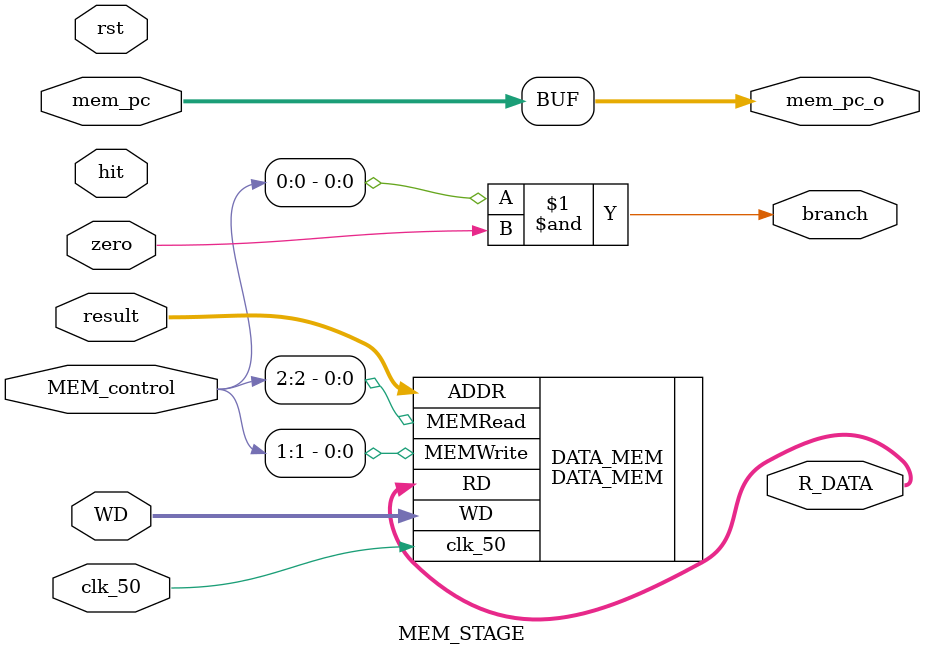
<source format=v>

module MEM_STAGE
(
    input           clk_50              ,
    input           rst                 ,
    input   [4:0]   MEM_control         ,
    input           zero                ,
    input   [31:0]  result              ,
    input   [31:0]  WD                  ,
    input   [31:0]  mem_pc              ,
    input           hit                 ,

    output          branch              ,
    output  [31:0]  R_DATA              ,
    output  [31:0]  mem_pc_o            
);


    assign branch = MEM_control[0] & zero;          // PC_MUX에 들어가는 select signal 계산
    assign mem_pc_o = mem_pc;                       // mem stage의 pc값을 사용하도록 하기 위함 ex) BHT

    DATA_MEM DATA_MEM
    (   
        //INPUT
        .clk_50(clk_50)                 ,
        .MEMRead(MEM_control[2])        ,
        .MEMWrite(MEM_control[1])       ,
        .ADDR(result)                   ,
        .WD(WD)                         ,
        
        //OUTPUT        
        .RD(R_DATA)
    );

endmodule
</source>
